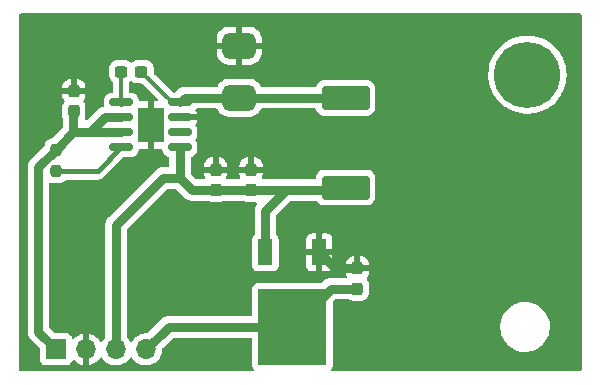
<source format=gbr>
%TF.GenerationSoftware,KiCad,Pcbnew,(6.0.4)*%
%TF.CreationDate,2022-08-06T15:33:00+10:00*%
%TF.ProjectId,1U power board,31552070-6f77-4657-9220-626f6172642e,rev?*%
%TF.SameCoordinates,Original*%
%TF.FileFunction,Copper,L1,Top*%
%TF.FilePolarity,Positive*%
%FSLAX46Y46*%
G04 Gerber Fmt 4.6, Leading zero omitted, Abs format (unit mm)*
G04 Created by KiCad (PCBNEW (6.0.4)) date 2022-08-06 15:33:00*
%MOMM*%
%LPD*%
G01*
G04 APERTURE LIST*
G04 Aperture macros list*
%AMRoundRect*
0 Rectangle with rounded corners*
0 $1 Rounding radius*
0 $2 $3 $4 $5 $6 $7 $8 $9 X,Y pos of 4 corners*
0 Add a 4 corners polygon primitive as box body*
4,1,4,$2,$3,$4,$5,$6,$7,$8,$9,$2,$3,0*
0 Add four circle primitives for the rounded corners*
1,1,$1+$1,$2,$3*
1,1,$1+$1,$4,$5*
1,1,$1+$1,$6,$7*
1,1,$1+$1,$8,$9*
0 Add four rect primitives between the rounded corners*
20,1,$1+$1,$2,$3,$4,$5,0*
20,1,$1+$1,$4,$5,$6,$7,0*
20,1,$1+$1,$6,$7,$8,$9,0*
20,1,$1+$1,$8,$9,$2,$3,0*%
G04 Aperture macros list end*
%TA.AperFunction,ComponentPad*%
%ADD10C,3.600000*%
%TD*%
%TA.AperFunction,ConnectorPad*%
%ADD11C,5.600000*%
%TD*%
%TA.AperFunction,SMDPad,CuDef*%
%ADD12RoundRect,0.237500X0.300000X0.237500X-0.300000X0.237500X-0.300000X-0.237500X0.300000X-0.237500X0*%
%TD*%
%TA.AperFunction,SMDPad,CuDef*%
%ADD13RoundRect,0.200000X-1.800000X-0.800000X1.800000X-0.800000X1.800000X0.800000X-1.800000X0.800000X0*%
%TD*%
%TA.AperFunction,SMDPad,CuDef*%
%ADD14RoundRect,0.237500X0.237500X-0.300000X0.237500X0.300000X-0.237500X0.300000X-0.237500X-0.300000X0*%
%TD*%
%TA.AperFunction,SMDPad,CuDef*%
%ADD15RoundRect,0.150000X-0.825000X-0.150000X0.825000X-0.150000X0.825000X0.150000X-0.825000X0.150000X0*%
%TD*%
%TA.AperFunction,SMDPad,CuDef*%
%ADD16R,2.290000X3.000000*%
%TD*%
%TA.AperFunction,ComponentPad*%
%ADD17R,1.700000X1.700000*%
%TD*%
%TA.AperFunction,ComponentPad*%
%ADD18O,1.700000X1.700000*%
%TD*%
%TA.AperFunction,SMDPad,CuDef*%
%ADD19RoundRect,0.550000X-0.850000X-0.550000X0.850000X-0.550000X0.850000X0.550000X-0.850000X0.550000X0*%
%TD*%
%TA.AperFunction,SMDPad,CuDef*%
%ADD20RoundRect,0.237500X0.237500X-0.250000X0.237500X0.250000X-0.237500X0.250000X-0.237500X-0.250000X0*%
%TD*%
%TA.AperFunction,SMDPad,CuDef*%
%ADD21R,1.200000X2.200000*%
%TD*%
%TA.AperFunction,SMDPad,CuDef*%
%ADD22R,5.800000X6.400000*%
%TD*%
%TA.AperFunction,Conductor*%
%ADD23C,0.800000*%
%TD*%
%TA.AperFunction,Conductor*%
%ADD24C,0.300000*%
%TD*%
%TA.AperFunction,Conductor*%
%ADD25C,0.400000*%
%TD*%
G04 APERTURE END LIST*
D10*
%TO.P,REF\u002A\u002A,1*%
%TO.N,N/C*%
X144900000Y-77750000D03*
D11*
X144900000Y-77750000D03*
%TD*%
D12*
%TO.P,C_{BST}1,1*%
%TO.N,Net-(C_{BST}1-Pad1)*%
X112225000Y-77500000D03*
%TO.P,C_{BST}1,2*%
%TO.N,Net-(C_{BST}1-Pad2)*%
X110500000Y-77500000D03*
%TD*%
D13*
%TO.P,L1,1*%
%TO.N,Net-(C_{BST}1-Pad1)*%
X129500000Y-79700000D03*
%TO.P,L1,2*%
%TO.N,+5V*%
X129500000Y-87300000D03*
%TD*%
D14*
%TO.P,C_{5OUT2}1,1*%
%TO.N,+5V*%
X121500000Y-87500000D03*
%TO.P,C_{5OUT2}1,2*%
%TO.N,GND*%
X121500000Y-85775000D03*
%TD*%
%TO.P,C_{IN}1,1*%
%TO.N,+7.5V*%
X106500000Y-80862500D03*
%TO.P,C_{IN}1,2*%
%TO.N,GND*%
X106500000Y-79137500D03*
%TD*%
D15*
%TO.P,REG_{5.0}1,1,BST*%
%TO.N,Net-(C_{BST}1-Pad2)*%
X110525000Y-80095000D03*
%TO.P,REG_{5.0}1,2,Vin*%
%TO.N,+7.5V*%
X110525000Y-81365000D03*
%TO.P,REG_{5.0}1,3,EN*%
X110525000Y-82635000D03*
%TO.P,REG_{5.0}1,4,PGOOD*%
%TO.N,Net-(REG_{5.0}1-Pad4)*%
X110525000Y-83905000D03*
%TO.P,REG_{5.0}1,5,FB*%
%TO.N,+5V*%
X115475000Y-83905000D03*
%TO.P,REG_{5.0}1,6,NC*%
%TO.N,unconnected-(REG_{5.0}1-Pad6)*%
X115475000Y-82635000D03*
%TO.P,REG_{5.0}1,7,GND*%
%TO.N,GND*%
X115475000Y-81365000D03*
%TO.P,REG_{5.0}1,8,SW*%
%TO.N,Net-(C_{BST}1-Pad1)*%
X115475000Y-80095000D03*
D16*
%TO.P,REG_{5.0}1,9,PADGND*%
%TO.N,GND*%
X113000000Y-82000000D03*
%TD*%
D14*
%TO.P,C_{3.3OUT}1,1*%
%TO.N,+3V3*%
X130500000Y-95862500D03*
%TO.P,C_{3.3OUT}1,2*%
%TO.N,GND*%
X130500000Y-94137500D03*
%TD*%
D17*
%TO.P,J1,1,Pin_1*%
%TO.N,+7.5V*%
X105000000Y-101000000D03*
D18*
%TO.P,J1,2,Pin_2*%
%TO.N,GND*%
X107540000Y-101000000D03*
%TO.P,J1,3,Pin_3*%
%TO.N,+5V*%
X110080000Y-101000000D03*
%TO.P,J1,4,Pin_4*%
%TO.N,+3V3*%
X112620000Y-101000000D03*
%TD*%
D14*
%TO.P,C_{5OUT1}1,1*%
%TO.N,+5V*%
X118500000Y-87500000D03*
%TO.P,C_{5OUT1}1,2*%
%TO.N,GND*%
X118500000Y-85775000D03*
%TD*%
D19*
%TO.P,D1,1,K*%
%TO.N,Net-(C_{BST}1-Pad1)*%
X120500000Y-79700000D03*
%TO.P,D1,2,A*%
%TO.N,GND*%
X120500000Y-75300000D03*
%TD*%
D20*
%TO.P,R_{PON}1,1*%
%TO.N,Net-(REG_{5.0}1-Pad4)*%
X105000000Y-85912500D03*
%TO.P,R_{PON}1,2*%
%TO.N,+7.5V*%
X105000000Y-84087500D03*
%TD*%
D21*
%TO.P,LinReg_{3.3}1,1,GND*%
%TO.N,GND*%
X127280000Y-92800000D03*
D22*
%TO.P,LinReg_{3.3}1,2,VO*%
%TO.N,+3V3*%
X125000000Y-99100000D03*
D21*
%TO.P,LinReg_{3.3}1,3,VI*%
%TO.N,+5V*%
X122720000Y-92800000D03*
%TD*%
D23*
%TO.N,GND*%
X130500000Y-94137500D02*
X128617500Y-94137500D01*
X128617500Y-94137500D02*
X127280000Y-92800000D01*
%TO.N,Net-(C_{BST}1-Pad2)*%
X110500000Y-80070000D02*
X110525000Y-80095000D01*
D24*
X110500000Y-77500000D02*
X110500000Y-80070000D01*
D23*
%TO.N,+7.5V*%
X107865000Y-82635000D02*
X106452500Y-82635000D01*
X105000000Y-84087500D02*
X103500000Y-85587500D01*
X106452500Y-82635000D02*
X105000000Y-84087500D01*
X110525000Y-82635000D02*
X107865000Y-82635000D01*
X109135000Y-81365000D02*
X110525000Y-81365000D01*
X107865000Y-82635000D02*
X109135000Y-81365000D01*
X106452500Y-80910000D02*
X106500000Y-80862500D01*
X106452500Y-82635000D02*
X106452500Y-80910000D01*
X103500000Y-99500000D02*
X105000000Y-101000000D01*
X103500000Y-85587500D02*
X103500000Y-99500000D01*
%TO.N,+5V*%
X122720000Y-92800000D02*
X122720000Y-89280000D01*
X114065000Y-86475000D02*
X115475000Y-86475000D01*
X121500000Y-87500000D02*
X124500000Y-87500000D01*
X129300000Y-87500000D02*
X129500000Y-87300000D01*
X122720000Y-89280000D02*
X124500000Y-87500000D01*
X110080000Y-101000000D02*
X110080000Y-90460000D01*
X110080000Y-90460000D02*
X114065000Y-86475000D01*
X115475000Y-86475000D02*
X116500000Y-87500000D01*
X116500000Y-87500000D02*
X118500000Y-87500000D01*
X124500000Y-87500000D02*
X129300000Y-87500000D01*
X115475000Y-83905000D02*
X115475000Y-86475000D01*
X118500000Y-87500000D02*
X121500000Y-87500000D01*
%TO.N,+3V3*%
X114520000Y-99100000D02*
X112620000Y-101000000D01*
X128237500Y-95862500D02*
X125000000Y-99100000D01*
X130500000Y-95862500D02*
X128237500Y-95862500D01*
X125000000Y-99100000D02*
X114520000Y-99100000D01*
D25*
%TO.N,Net-(REG_{5.0}1-Pad4)*%
X105000000Y-85912500D02*
X108517500Y-85912500D01*
X108517500Y-85912500D02*
X110525000Y-83905000D01*
D24*
%TO.N,Net-(C_{BST}1-Pad1)*%
X114820000Y-80095000D02*
X112225000Y-77500000D01*
D23*
X120500000Y-79700000D02*
X129500000Y-79700000D01*
D24*
X115475000Y-80095000D02*
X114820000Y-80095000D01*
D23*
X120500000Y-79700000D02*
X115870000Y-79700000D01*
X115870000Y-79700000D02*
X115475000Y-80095000D01*
%TD*%
%TA.AperFunction,Conductor*%
%TO.N,GND*%
G36*
X149433621Y-72578502D02*
G01*
X149480114Y-72632158D01*
X149491500Y-72684500D01*
X149491500Y-102715500D01*
X149471498Y-102783621D01*
X149417842Y-102830114D01*
X149365500Y-102841500D01*
X128381569Y-102841500D01*
X128313448Y-102821498D01*
X128266955Y-102767842D01*
X128256851Y-102697568D01*
X128280743Y-102639935D01*
X128345229Y-102553891D01*
X128350615Y-102546705D01*
X128401745Y-102410316D01*
X128408500Y-102348134D01*
X128408500Y-99232703D01*
X142590743Y-99232703D01*
X142628268Y-99517734D01*
X142704129Y-99795036D01*
X142705813Y-99798984D01*
X142802117Y-100024763D01*
X142816923Y-100059476D01*
X142888376Y-100178866D01*
X142959379Y-100297502D01*
X142964561Y-100306161D01*
X143144313Y-100530528D01*
X143352851Y-100728423D01*
X143586317Y-100896186D01*
X143590112Y-100898195D01*
X143590113Y-100898196D01*
X143611869Y-100909715D01*
X143840392Y-101030712D01*
X144110373Y-101129511D01*
X144391264Y-101190755D01*
X144419841Y-101193004D01*
X144614282Y-101208307D01*
X144614291Y-101208307D01*
X144616739Y-101208500D01*
X144772271Y-101208500D01*
X144774407Y-101208354D01*
X144774418Y-101208354D01*
X144982548Y-101194165D01*
X144982554Y-101194164D01*
X144986825Y-101193873D01*
X144991020Y-101193004D01*
X144991022Y-101193004D01*
X145127583Y-101164724D01*
X145268342Y-101135574D01*
X145539343Y-101039607D01*
X145680608Y-100966695D01*
X145791005Y-100909715D01*
X145791006Y-100909715D01*
X145794812Y-100907750D01*
X145798313Y-100905289D01*
X145798317Y-100905287D01*
X145912417Y-100825096D01*
X146030023Y-100742441D01*
X146240622Y-100546740D01*
X146422713Y-100324268D01*
X146572927Y-100079142D01*
X146600569Y-100016173D01*
X146686757Y-99819830D01*
X146688483Y-99815898D01*
X146708335Y-99746209D01*
X146766068Y-99543534D01*
X146767244Y-99539406D01*
X146807751Y-99254784D01*
X146807845Y-99236951D01*
X146809235Y-98971583D01*
X146809235Y-98971576D01*
X146809257Y-98967297D01*
X146771732Y-98682266D01*
X146695871Y-98404964D01*
X146671987Y-98348968D01*
X146584763Y-98144476D01*
X146584761Y-98144472D01*
X146583077Y-98140524D01*
X146435439Y-97893839D01*
X146255687Y-97669472D01*
X146047149Y-97471577D01*
X145813683Y-97303814D01*
X145791843Y-97292250D01*
X145768654Y-97279972D01*
X145559608Y-97169288D01*
X145289627Y-97070489D01*
X145008736Y-97009245D01*
X144977685Y-97006801D01*
X144785718Y-96991693D01*
X144785709Y-96991693D01*
X144783261Y-96991500D01*
X144627729Y-96991500D01*
X144625593Y-96991646D01*
X144625582Y-96991646D01*
X144417452Y-97005835D01*
X144417446Y-97005836D01*
X144413175Y-97006127D01*
X144408980Y-97006996D01*
X144408978Y-97006996D01*
X144305125Y-97028503D01*
X144131658Y-97064426D01*
X143860657Y-97160393D01*
X143605188Y-97292250D01*
X143601687Y-97294711D01*
X143601683Y-97294713D01*
X143591594Y-97301804D01*
X143369977Y-97457559D01*
X143159378Y-97653260D01*
X142977287Y-97875732D01*
X142827073Y-98120858D01*
X142825347Y-98124791D01*
X142825346Y-98124792D01*
X142779772Y-98228613D01*
X142711517Y-98384102D01*
X142710342Y-98388229D01*
X142710341Y-98388230D01*
X142695372Y-98440778D01*
X142632756Y-98660594D01*
X142592249Y-98945216D01*
X142592227Y-98949505D01*
X142592226Y-98949512D01*
X142590765Y-99228417D01*
X142590743Y-99232703D01*
X128408500Y-99232703D01*
X128408500Y-97028503D01*
X128428502Y-96960382D01*
X128445405Y-96939408D01*
X128576908Y-96807905D01*
X128639220Y-96773879D01*
X128666003Y-96771000D01*
X129792222Y-96771000D01*
X129858338Y-96789740D01*
X129945080Y-96843209D01*
X130110191Y-96897974D01*
X130117027Y-96898674D01*
X130117030Y-96898675D01*
X130168526Y-96903951D01*
X130212928Y-96908500D01*
X130787072Y-96908500D01*
X130790318Y-96908163D01*
X130790322Y-96908163D01*
X130884235Y-96898419D01*
X130884239Y-96898418D01*
X130891093Y-96897707D01*
X130897629Y-96895526D01*
X130897631Y-96895526D01*
X131030395Y-96851232D01*
X131056107Y-96842654D01*
X131204031Y-96751116D01*
X131209204Y-96745934D01*
X131321758Y-96633184D01*
X131321762Y-96633179D01*
X131326929Y-96628003D01*
X131418209Y-96479920D01*
X131472974Y-96314809D01*
X131483500Y-96212072D01*
X131483500Y-95512928D01*
X131472707Y-95408907D01*
X131417654Y-95243893D01*
X131326116Y-95095969D01*
X131318861Y-95088726D01*
X131317895Y-95086962D01*
X131316387Y-95085059D01*
X131316713Y-95084801D01*
X131284781Y-95026446D01*
X131289782Y-94955625D01*
X131318708Y-94910530D01*
X131321364Y-94907869D01*
X131330375Y-94896460D01*
X131413912Y-94760937D01*
X131420056Y-94747759D01*
X131470315Y-94596234D01*
X131473181Y-94582868D01*
X131482672Y-94490230D01*
X131483000Y-94483815D01*
X131483000Y-94409615D01*
X131478525Y-94394376D01*
X131477135Y-94393171D01*
X131469452Y-94391500D01*
X129535115Y-94391500D01*
X129519876Y-94395975D01*
X129518671Y-94397365D01*
X129517000Y-94405048D01*
X129517000Y-94483766D01*
X129517337Y-94490282D01*
X129527075Y-94584132D01*
X129529968Y-94597528D01*
X129580488Y-94748953D01*
X129589759Y-94768745D01*
X129588497Y-94769336D01*
X129605232Y-94830153D01*
X129584069Y-94897922D01*
X129529626Y-94943491D01*
X129479250Y-94954000D01*
X128318916Y-94954000D01*
X128299207Y-94952449D01*
X128285309Y-94950248D01*
X128278722Y-94950593D01*
X128278717Y-94950593D01*
X128217019Y-94953827D01*
X128210425Y-94954000D01*
X128189890Y-94954000D01*
X128183722Y-94954648D01*
X128169460Y-94956147D01*
X128162885Y-94956664D01*
X128101196Y-94959897D01*
X128101195Y-94959897D01*
X128094596Y-94960243D01*
X128081008Y-94963884D01*
X128061561Y-94967488D01*
X128054144Y-94968267D01*
X128054140Y-94968268D01*
X128047572Y-94968958D01*
X127990776Y-94987412D01*
X127982509Y-94990098D01*
X127976185Y-94991971D01*
X127916510Y-95007961D01*
X127916506Y-95007962D01*
X127910130Y-95009671D01*
X127904248Y-95012668D01*
X127897593Y-95016059D01*
X127879326Y-95023625D01*
X127872228Y-95025931D01*
X127872226Y-95025932D01*
X127865944Y-95027973D01*
X127860222Y-95031277D01*
X127860221Y-95031277D01*
X127806723Y-95062164D01*
X127800926Y-95065312D01*
X127745852Y-95093373D01*
X127745849Y-95093375D01*
X127739969Y-95096371D01*
X127729026Y-95105233D01*
X127712737Y-95116427D01*
X127700556Y-95123460D01*
X127695650Y-95127877D01*
X127695645Y-95127881D01*
X127649721Y-95169231D01*
X127644720Y-95173503D01*
X127628759Y-95186428D01*
X127614244Y-95200943D01*
X127609459Y-95205484D01*
X127558634Y-95251247D01*
X127554755Y-95256586D01*
X127554754Y-95256587D01*
X127550360Y-95262635D01*
X127537519Y-95277668D01*
X127460592Y-95354595D01*
X127398280Y-95388621D01*
X127371497Y-95391500D01*
X122051866Y-95391500D01*
X121989684Y-95398255D01*
X121853295Y-95449385D01*
X121736739Y-95536739D01*
X121649385Y-95653295D01*
X121598255Y-95789684D01*
X121591500Y-95851866D01*
X121591500Y-98065500D01*
X121571498Y-98133621D01*
X121517842Y-98180114D01*
X121465500Y-98191500D01*
X114601417Y-98191500D01*
X114581707Y-98189949D01*
X114574327Y-98188780D01*
X114574326Y-98188780D01*
X114567810Y-98187748D01*
X114561223Y-98188093D01*
X114561218Y-98188093D01*
X114499520Y-98191327D01*
X114492926Y-98191500D01*
X114472390Y-98191500D01*
X114469118Y-98191844D01*
X114469116Y-98191844D01*
X114451958Y-98193647D01*
X114445384Y-98194164D01*
X114383696Y-98197397D01*
X114383694Y-98197397D01*
X114377097Y-98197743D01*
X114363504Y-98201385D01*
X114344075Y-98204986D01*
X114330072Y-98206458D01*
X114265025Y-98227593D01*
X114258712Y-98229463D01*
X114238074Y-98234993D01*
X114199003Y-98245462D01*
X114199000Y-98245463D01*
X114192630Y-98247170D01*
X114180085Y-98253562D01*
X114161826Y-98261125D01*
X114148444Y-98265473D01*
X114142723Y-98268776D01*
X114089223Y-98299664D01*
X114083426Y-98302812D01*
X114028351Y-98330874D01*
X114028348Y-98330876D01*
X114022470Y-98333871D01*
X114017342Y-98338024D01*
X114017340Y-98338025D01*
X114011534Y-98342727D01*
X113995237Y-98353927D01*
X113988776Y-98357657D01*
X113988772Y-98357660D01*
X113983056Y-98360960D01*
X113978150Y-98365377D01*
X113978145Y-98365381D01*
X113932231Y-98406722D01*
X113927216Y-98411006D01*
X113918718Y-98417888D01*
X113911259Y-98423928D01*
X113896744Y-98438443D01*
X113891959Y-98442984D01*
X113841134Y-98488747D01*
X113837255Y-98494086D01*
X113837254Y-98494087D01*
X113832860Y-98500135D01*
X113820019Y-98515168D01*
X112730514Y-99604673D01*
X112668202Y-99638699D01*
X112639880Y-99641569D01*
X112530081Y-99640228D01*
X112530079Y-99640228D01*
X112524911Y-99640165D01*
X112304091Y-99673955D01*
X112091756Y-99743357D01*
X111893607Y-99846507D01*
X111889474Y-99849610D01*
X111889471Y-99849612D01*
X111719100Y-99977530D01*
X111714965Y-99980635D01*
X111711393Y-99984373D01*
X111590312Y-100111077D01*
X111560629Y-100142138D01*
X111453201Y-100299621D01*
X111398293Y-100344621D01*
X111327768Y-100352792D01*
X111264021Y-100321538D01*
X111243324Y-100297054D01*
X111162822Y-100172617D01*
X111162820Y-100172614D01*
X111160014Y-100168277D01*
X111156532Y-100164450D01*
X111021307Y-100015839D01*
X110990255Y-99951993D01*
X110988500Y-99931039D01*
X110988500Y-90888503D01*
X111008502Y-90820382D01*
X111025405Y-90799408D01*
X114404408Y-87420405D01*
X114466720Y-87386379D01*
X114493503Y-87383500D01*
X115046497Y-87383500D01*
X115114618Y-87403502D01*
X115135592Y-87420405D01*
X115800019Y-88084832D01*
X115812860Y-88099865D01*
X115821134Y-88111253D01*
X115826043Y-88115673D01*
X115871959Y-88157016D01*
X115876744Y-88161557D01*
X115891259Y-88176072D01*
X115893823Y-88178148D01*
X115907216Y-88188994D01*
X115912231Y-88193278D01*
X115958145Y-88234619D01*
X115958150Y-88234623D01*
X115963056Y-88239040D01*
X115968772Y-88242340D01*
X115968776Y-88242343D01*
X115975237Y-88246073D01*
X115991533Y-88257273D01*
X116002470Y-88266129D01*
X116008348Y-88269124D01*
X116008351Y-88269126D01*
X116063426Y-88297188D01*
X116069223Y-88300336D01*
X116122723Y-88331224D01*
X116128444Y-88334527D01*
X116141826Y-88338875D01*
X116160085Y-88346438D01*
X116172630Y-88352830D01*
X116179000Y-88354537D01*
X116179003Y-88354538D01*
X116218074Y-88365007D01*
X116238712Y-88370537D01*
X116245025Y-88372407D01*
X116310072Y-88393542D01*
X116324075Y-88395014D01*
X116343504Y-88398615D01*
X116357097Y-88402257D01*
X116363694Y-88402603D01*
X116363696Y-88402603D01*
X116425384Y-88405836D01*
X116431958Y-88406353D01*
X116449116Y-88408156D01*
X116449118Y-88408156D01*
X116452390Y-88408500D01*
X116472926Y-88408500D01*
X116479520Y-88408673D01*
X116541218Y-88411907D01*
X116541223Y-88411907D01*
X116547810Y-88412252D01*
X116561708Y-88410051D01*
X116581417Y-88408500D01*
X117792222Y-88408500D01*
X117858338Y-88427240D01*
X117945080Y-88480709D01*
X118110191Y-88535474D01*
X118117027Y-88536174D01*
X118117030Y-88536175D01*
X118168526Y-88541451D01*
X118212928Y-88546000D01*
X118787072Y-88546000D01*
X118790318Y-88545663D01*
X118790322Y-88545663D01*
X118884235Y-88535919D01*
X118884239Y-88535918D01*
X118891093Y-88535207D01*
X118897629Y-88533026D01*
X118897631Y-88533026D01*
X119030395Y-88488732D01*
X119056107Y-88480154D01*
X119141431Y-88427354D01*
X119207731Y-88408500D01*
X120792222Y-88408500D01*
X120858338Y-88427240D01*
X120945080Y-88480709D01*
X121110191Y-88535474D01*
X121117027Y-88536174D01*
X121117030Y-88536175D01*
X121168526Y-88541451D01*
X121212928Y-88546000D01*
X121787072Y-88546000D01*
X121790318Y-88545663D01*
X121790322Y-88545663D01*
X121871547Y-88537235D01*
X121941369Y-88550100D01*
X121993151Y-88598671D01*
X122010453Y-88667527D01*
X121986487Y-88736623D01*
X121985379Y-88738149D01*
X121980960Y-88743056D01*
X121977657Y-88748777D01*
X121973927Y-88755237D01*
X121962727Y-88771533D01*
X121953871Y-88782470D01*
X121944046Y-88801753D01*
X121922815Y-88843421D01*
X121919669Y-88849215D01*
X121885473Y-88908444D01*
X121883432Y-88914726D01*
X121883431Y-88914728D01*
X121881125Y-88921826D01*
X121873560Y-88940092D01*
X121867171Y-88952630D01*
X121865463Y-88959003D01*
X121865463Y-88959004D01*
X121849469Y-89018695D01*
X121847600Y-89025003D01*
X121826458Y-89090072D01*
X121825768Y-89096637D01*
X121825766Y-89096646D01*
X121824985Y-89104075D01*
X121821383Y-89123509D01*
X121819453Y-89130714D01*
X121817743Y-89137097D01*
X121817398Y-89143688D01*
X121817397Y-89143692D01*
X121814164Y-89205384D01*
X121813647Y-89211958D01*
X121811844Y-89229116D01*
X121811500Y-89232390D01*
X121811500Y-89252926D01*
X121811327Y-89259520D01*
X121807748Y-89327810D01*
X121808780Y-89334325D01*
X121809949Y-89341705D01*
X121811500Y-89361417D01*
X121811500Y-91232671D01*
X121791498Y-91300792D01*
X121769593Y-91324332D01*
X121770269Y-91325008D01*
X121763919Y-91331358D01*
X121756739Y-91336739D01*
X121669385Y-91453295D01*
X121618255Y-91589684D01*
X121611500Y-91651866D01*
X121611500Y-93948134D01*
X121618255Y-94010316D01*
X121669385Y-94146705D01*
X121756739Y-94263261D01*
X121873295Y-94350615D01*
X122009684Y-94401745D01*
X122071866Y-94408500D01*
X123368134Y-94408500D01*
X123430316Y-94401745D01*
X123566705Y-94350615D01*
X123683261Y-94263261D01*
X123770615Y-94146705D01*
X123821745Y-94010316D01*
X123828500Y-93948134D01*
X123828500Y-93944669D01*
X126172001Y-93944669D01*
X126172371Y-93951490D01*
X126177895Y-94002352D01*
X126181521Y-94017604D01*
X126226676Y-94138054D01*
X126235214Y-94153649D01*
X126311715Y-94255724D01*
X126324276Y-94268285D01*
X126426351Y-94344786D01*
X126441946Y-94353324D01*
X126562394Y-94398478D01*
X126577649Y-94402105D01*
X126628514Y-94407631D01*
X126635328Y-94408000D01*
X127007885Y-94408000D01*
X127023124Y-94403525D01*
X127024329Y-94402135D01*
X127026000Y-94394452D01*
X127026000Y-94389884D01*
X127534000Y-94389884D01*
X127538475Y-94405123D01*
X127539865Y-94406328D01*
X127547548Y-94407999D01*
X127924669Y-94407999D01*
X127931490Y-94407629D01*
X127982352Y-94402105D01*
X127997604Y-94398479D01*
X128118054Y-94353324D01*
X128133649Y-94344786D01*
X128235724Y-94268285D01*
X128248285Y-94255724D01*
X128324786Y-94153649D01*
X128333324Y-94138054D01*
X128378478Y-94017606D01*
X128382105Y-94002351D01*
X128387631Y-93951486D01*
X128388000Y-93944672D01*
X128388000Y-93865385D01*
X129517000Y-93865385D01*
X129521475Y-93880624D01*
X129522865Y-93881829D01*
X129530548Y-93883500D01*
X130227885Y-93883500D01*
X130243124Y-93879025D01*
X130244329Y-93877635D01*
X130246000Y-93869952D01*
X130246000Y-93865385D01*
X130754000Y-93865385D01*
X130758475Y-93880624D01*
X130759865Y-93881829D01*
X130767548Y-93883500D01*
X131464885Y-93883500D01*
X131480124Y-93879025D01*
X131481329Y-93877635D01*
X131483000Y-93869952D01*
X131483000Y-93791234D01*
X131482663Y-93784718D01*
X131472925Y-93690868D01*
X131470032Y-93677472D01*
X131419512Y-93526047D01*
X131413347Y-93512885D01*
X131329574Y-93377508D01*
X131320540Y-93366110D01*
X131207871Y-93253637D01*
X131196460Y-93244625D01*
X131060937Y-93161088D01*
X131047759Y-93154944D01*
X130896234Y-93104685D01*
X130882868Y-93101819D01*
X130790230Y-93092328D01*
X130783815Y-93092000D01*
X130772115Y-93092000D01*
X130756876Y-93096475D01*
X130755671Y-93097865D01*
X130754000Y-93105548D01*
X130754000Y-93865385D01*
X130246000Y-93865385D01*
X130246000Y-93110115D01*
X130241525Y-93094876D01*
X130240135Y-93093671D01*
X130232452Y-93092000D01*
X130216234Y-93092000D01*
X130209718Y-93092337D01*
X130115868Y-93102075D01*
X130102472Y-93104968D01*
X129951047Y-93155488D01*
X129937885Y-93161653D01*
X129802508Y-93245426D01*
X129791110Y-93254460D01*
X129678637Y-93367129D01*
X129669625Y-93378540D01*
X129586088Y-93514063D01*
X129579944Y-93527241D01*
X129529685Y-93678766D01*
X129526819Y-93692132D01*
X129517328Y-93784770D01*
X129517000Y-93791185D01*
X129517000Y-93865385D01*
X128388000Y-93865385D01*
X128388000Y-93072115D01*
X128383525Y-93056876D01*
X128382135Y-93055671D01*
X128374452Y-93054000D01*
X127552115Y-93054000D01*
X127536876Y-93058475D01*
X127535671Y-93059865D01*
X127534000Y-93067548D01*
X127534000Y-94389884D01*
X127026000Y-94389884D01*
X127026000Y-93072115D01*
X127021525Y-93056876D01*
X127020135Y-93055671D01*
X127012452Y-93054000D01*
X126190116Y-93054000D01*
X126174877Y-93058475D01*
X126173672Y-93059865D01*
X126172001Y-93067548D01*
X126172001Y-93944669D01*
X123828500Y-93944669D01*
X123828500Y-92527885D01*
X126172000Y-92527885D01*
X126176475Y-92543124D01*
X126177865Y-92544329D01*
X126185548Y-92546000D01*
X127007885Y-92546000D01*
X127023124Y-92541525D01*
X127024329Y-92540135D01*
X127026000Y-92532452D01*
X127026000Y-92527885D01*
X127534000Y-92527885D01*
X127538475Y-92543124D01*
X127539865Y-92544329D01*
X127547548Y-92546000D01*
X128369884Y-92546000D01*
X128385123Y-92541525D01*
X128386328Y-92540135D01*
X128387999Y-92532452D01*
X128387999Y-91655331D01*
X128387629Y-91648510D01*
X128382105Y-91597648D01*
X128378479Y-91582396D01*
X128333324Y-91461946D01*
X128324786Y-91446351D01*
X128248285Y-91344276D01*
X128235724Y-91331715D01*
X128133649Y-91255214D01*
X128118054Y-91246676D01*
X127997606Y-91201522D01*
X127982351Y-91197895D01*
X127931486Y-91192369D01*
X127924672Y-91192000D01*
X127552115Y-91192000D01*
X127536876Y-91196475D01*
X127535671Y-91197865D01*
X127534000Y-91205548D01*
X127534000Y-92527885D01*
X127026000Y-92527885D01*
X127026000Y-91210116D01*
X127021525Y-91194877D01*
X127020135Y-91193672D01*
X127012452Y-91192001D01*
X126635331Y-91192001D01*
X126628510Y-91192371D01*
X126577648Y-91197895D01*
X126562396Y-91201521D01*
X126441946Y-91246676D01*
X126426351Y-91255214D01*
X126324276Y-91331715D01*
X126311715Y-91344276D01*
X126235214Y-91446351D01*
X126226676Y-91461946D01*
X126181522Y-91582394D01*
X126177895Y-91597649D01*
X126172369Y-91648514D01*
X126172000Y-91655328D01*
X126172000Y-92527885D01*
X123828500Y-92527885D01*
X123828500Y-91651866D01*
X123821745Y-91589684D01*
X123770615Y-91453295D01*
X123683261Y-91336739D01*
X123676081Y-91331358D01*
X123669731Y-91325008D01*
X123671366Y-91323373D01*
X123636421Y-91276641D01*
X123628500Y-91232671D01*
X123628500Y-89708503D01*
X123648502Y-89640382D01*
X123665405Y-89619408D01*
X124839408Y-88445405D01*
X124901720Y-88411379D01*
X124928503Y-88408500D01*
X126987494Y-88408500D01*
X127055615Y-88428502D01*
X127095270Y-88469229D01*
X127102223Y-88480709D01*
X127138361Y-88540381D01*
X127259619Y-88661639D01*
X127406301Y-88750472D01*
X127413548Y-88752743D01*
X127413550Y-88752744D01*
X127479836Y-88773517D01*
X127569938Y-88801753D01*
X127643365Y-88808500D01*
X127646263Y-88808500D01*
X129504817Y-88808499D01*
X131356634Y-88808499D01*
X131359492Y-88808236D01*
X131359501Y-88808236D01*
X131395004Y-88804974D01*
X131430062Y-88801753D01*
X131507964Y-88777340D01*
X131586450Y-88752744D01*
X131586452Y-88752743D01*
X131593699Y-88750472D01*
X131740381Y-88661639D01*
X131861639Y-88540381D01*
X131950472Y-88393699D01*
X131962745Y-88354538D01*
X131991752Y-88261975D01*
X132001753Y-88230062D01*
X132008500Y-88156635D01*
X132008499Y-86443366D01*
X132008234Y-86440474D01*
X132003270Y-86386453D01*
X132001753Y-86369938D01*
X131959069Y-86233734D01*
X131952744Y-86213550D01*
X131952743Y-86213548D01*
X131950472Y-86206301D01*
X131861639Y-86059619D01*
X131740381Y-85938361D01*
X131593699Y-85849528D01*
X131586452Y-85847257D01*
X131586450Y-85847256D01*
X131520164Y-85826483D01*
X131430062Y-85798247D01*
X131356635Y-85791500D01*
X131353737Y-85791500D01*
X129495183Y-85791501D01*
X127643366Y-85791501D01*
X127640508Y-85791764D01*
X127640499Y-85791764D01*
X127604996Y-85795026D01*
X127569938Y-85798247D01*
X127563560Y-85800246D01*
X127563559Y-85800246D01*
X127413550Y-85847256D01*
X127413548Y-85847257D01*
X127406301Y-85849528D01*
X127259619Y-85938361D01*
X127138361Y-86059619D01*
X127049528Y-86206301D01*
X127047257Y-86213548D01*
X127047256Y-86213550D01*
X127040931Y-86233734D01*
X126998247Y-86369938D01*
X126991500Y-86443365D01*
X126991500Y-86465500D01*
X126971498Y-86533621D01*
X126917842Y-86580114D01*
X126865500Y-86591500D01*
X124581417Y-86591500D01*
X124561708Y-86589949D01*
X124547810Y-86587748D01*
X124541223Y-86588093D01*
X124541218Y-86588093D01*
X124479519Y-86591327D01*
X124472925Y-86591500D01*
X122520588Y-86591500D01*
X122452467Y-86571498D01*
X122405974Y-86517842D01*
X122395870Y-86447568D01*
X122411201Y-86405253D01*
X122410817Y-86405074D01*
X122412832Y-86400752D01*
X122413328Y-86399384D01*
X122413912Y-86398437D01*
X122420056Y-86385259D01*
X122470315Y-86233734D01*
X122473181Y-86220368D01*
X122482672Y-86127730D01*
X122483000Y-86121315D01*
X122483000Y-86047115D01*
X122478525Y-86031876D01*
X122477135Y-86030671D01*
X122469452Y-86029000D01*
X120535115Y-86029000D01*
X120519876Y-86033475D01*
X120518671Y-86034865D01*
X120517000Y-86042548D01*
X120517000Y-86121266D01*
X120517337Y-86127782D01*
X120527075Y-86221632D01*
X120529968Y-86235028D01*
X120580488Y-86386453D01*
X120589759Y-86406245D01*
X120588497Y-86406836D01*
X120605232Y-86467653D01*
X120584069Y-86535422D01*
X120529626Y-86580991D01*
X120479250Y-86591500D01*
X119520588Y-86591500D01*
X119452467Y-86571498D01*
X119405974Y-86517842D01*
X119395870Y-86447568D01*
X119411201Y-86405253D01*
X119410817Y-86405074D01*
X119412832Y-86400752D01*
X119413328Y-86399384D01*
X119413912Y-86398437D01*
X119420056Y-86385259D01*
X119470315Y-86233734D01*
X119473181Y-86220368D01*
X119482672Y-86127730D01*
X119483000Y-86121315D01*
X119483000Y-86047115D01*
X119478525Y-86031876D01*
X119477135Y-86030671D01*
X119469452Y-86029000D01*
X117535115Y-86029000D01*
X117519876Y-86033475D01*
X117518671Y-86034865D01*
X117517000Y-86042548D01*
X117517000Y-86121266D01*
X117517337Y-86127782D01*
X117527075Y-86221632D01*
X117529968Y-86235028D01*
X117580488Y-86386453D01*
X117589759Y-86406245D01*
X117588497Y-86406836D01*
X117605232Y-86467653D01*
X117584069Y-86535422D01*
X117529626Y-86580991D01*
X117479250Y-86591500D01*
X116928503Y-86591500D01*
X116860382Y-86571498D01*
X116839408Y-86554595D01*
X116420405Y-86135592D01*
X116386379Y-86073280D01*
X116383500Y-86046497D01*
X116383500Y-85502885D01*
X117517000Y-85502885D01*
X117521475Y-85518124D01*
X117522865Y-85519329D01*
X117530548Y-85521000D01*
X118227885Y-85521000D01*
X118243124Y-85516525D01*
X118244329Y-85515135D01*
X118246000Y-85507452D01*
X118246000Y-85502885D01*
X118754000Y-85502885D01*
X118758475Y-85518124D01*
X118759865Y-85519329D01*
X118767548Y-85521000D01*
X119464885Y-85521000D01*
X119480124Y-85516525D01*
X119481329Y-85515135D01*
X119483000Y-85507452D01*
X119483000Y-85502885D01*
X120517000Y-85502885D01*
X120521475Y-85518124D01*
X120522865Y-85519329D01*
X120530548Y-85521000D01*
X121227885Y-85521000D01*
X121243124Y-85516525D01*
X121244329Y-85515135D01*
X121246000Y-85507452D01*
X121246000Y-85502885D01*
X121754000Y-85502885D01*
X121758475Y-85518124D01*
X121759865Y-85519329D01*
X121767548Y-85521000D01*
X122464885Y-85521000D01*
X122480124Y-85516525D01*
X122481329Y-85515135D01*
X122483000Y-85507452D01*
X122483000Y-85428734D01*
X122482663Y-85422218D01*
X122472925Y-85328368D01*
X122470032Y-85314972D01*
X122419512Y-85163547D01*
X122413347Y-85150385D01*
X122329574Y-85015008D01*
X122320540Y-85003610D01*
X122207871Y-84891137D01*
X122196460Y-84882125D01*
X122060937Y-84798588D01*
X122047759Y-84792444D01*
X121896234Y-84742185D01*
X121882868Y-84739319D01*
X121790230Y-84729828D01*
X121783815Y-84729500D01*
X121772115Y-84729500D01*
X121756876Y-84733975D01*
X121755671Y-84735365D01*
X121754000Y-84743048D01*
X121754000Y-85502885D01*
X121246000Y-85502885D01*
X121246000Y-84747615D01*
X121241525Y-84732376D01*
X121240135Y-84731171D01*
X121232452Y-84729500D01*
X121216234Y-84729500D01*
X121209718Y-84729837D01*
X121115868Y-84739575D01*
X121102472Y-84742468D01*
X120951047Y-84792988D01*
X120937885Y-84799153D01*
X120802508Y-84882926D01*
X120791110Y-84891960D01*
X120678637Y-85004629D01*
X120669625Y-85016040D01*
X120586088Y-85151563D01*
X120579944Y-85164741D01*
X120529685Y-85316266D01*
X120526819Y-85329632D01*
X120517328Y-85422270D01*
X120517000Y-85428685D01*
X120517000Y-85502885D01*
X119483000Y-85502885D01*
X119483000Y-85428734D01*
X119482663Y-85422218D01*
X119472925Y-85328368D01*
X119470032Y-85314972D01*
X119419512Y-85163547D01*
X119413347Y-85150385D01*
X119329574Y-85015008D01*
X119320540Y-85003610D01*
X119207871Y-84891137D01*
X119196460Y-84882125D01*
X119060937Y-84798588D01*
X119047759Y-84792444D01*
X118896234Y-84742185D01*
X118882868Y-84739319D01*
X118790230Y-84729828D01*
X118783815Y-84729500D01*
X118772115Y-84729500D01*
X118756876Y-84733975D01*
X118755671Y-84735365D01*
X118754000Y-84743048D01*
X118754000Y-85502885D01*
X118246000Y-85502885D01*
X118246000Y-84747615D01*
X118241525Y-84732376D01*
X118240135Y-84731171D01*
X118232452Y-84729500D01*
X118216234Y-84729500D01*
X118209718Y-84729837D01*
X118115868Y-84739575D01*
X118102472Y-84742468D01*
X117951047Y-84792988D01*
X117937885Y-84799153D01*
X117802508Y-84882926D01*
X117791110Y-84891960D01*
X117678637Y-85004629D01*
X117669625Y-85016040D01*
X117586088Y-85151563D01*
X117579944Y-85164741D01*
X117529685Y-85316266D01*
X117526819Y-85329632D01*
X117517328Y-85422270D01*
X117517000Y-85428685D01*
X117517000Y-85502885D01*
X116383500Y-85502885D01*
X116383500Y-84811072D01*
X116403502Y-84742951D01*
X116457158Y-84696458D01*
X116474348Y-84690075D01*
X116555987Y-84666357D01*
X116563601Y-84664145D01*
X116592411Y-84647107D01*
X116699980Y-84583491D01*
X116699983Y-84583489D01*
X116706807Y-84579453D01*
X116824453Y-84461807D01*
X116828489Y-84454983D01*
X116828491Y-84454980D01*
X116905108Y-84325427D01*
X116909145Y-84318601D01*
X116955562Y-84158831D01*
X116958295Y-84124115D01*
X116958307Y-84123958D01*
X116958307Y-84123950D01*
X116958500Y-84121502D01*
X116958500Y-83688498D01*
X116958307Y-83686042D01*
X116956067Y-83657579D01*
X116956066Y-83657574D01*
X116955562Y-83651169D01*
X116909145Y-83491399D01*
X116824453Y-83348193D01*
X116821771Y-83345511D01*
X116796498Y-83281139D01*
X116810400Y-83211516D01*
X116820572Y-83195688D01*
X116824453Y-83191807D01*
X116909145Y-83048601D01*
X116955562Y-82888831D01*
X116958500Y-82851502D01*
X116958500Y-82418498D01*
X116955562Y-82381169D01*
X116909145Y-82221399D01*
X116824453Y-82078193D01*
X116821513Y-82075253D01*
X116796180Y-82010734D01*
X116810079Y-81941111D01*
X116822126Y-81922364D01*
X116828090Y-81914676D01*
X116904648Y-81785221D01*
X116910893Y-81770790D01*
X116949939Y-81636395D01*
X116949899Y-81622294D01*
X116942630Y-81619000D01*
X115347000Y-81619000D01*
X115278879Y-81598998D01*
X115232386Y-81545342D01*
X115221000Y-81493000D01*
X115221000Y-81237000D01*
X115241002Y-81168879D01*
X115294658Y-81122386D01*
X115347000Y-81111000D01*
X116936878Y-81111000D01*
X116950409Y-81107027D01*
X116951544Y-81099129D01*
X116910893Y-80959210D01*
X116904648Y-80944779D01*
X116828089Y-80815323D01*
X116825301Y-80811729D01*
X116799352Y-80745645D01*
X116813250Y-80676022D01*
X116862583Y-80624965D01*
X116924858Y-80608500D01*
X118568605Y-80608500D01*
X118636726Y-80628502D01*
X118684930Y-80686079D01*
X118712626Y-80752615D01*
X118828104Y-80925113D01*
X118974887Y-81071896D01*
X119147385Y-81187374D01*
X119339027Y-81267147D01*
X119345071Y-81268366D01*
X119345072Y-81268366D01*
X119537926Y-81307252D01*
X119542514Y-81308177D01*
X119547178Y-81308413D01*
X119547184Y-81308414D01*
X119547302Y-81308420D01*
X119547319Y-81308420D01*
X119548890Y-81308500D01*
X121451110Y-81308500D01*
X121452681Y-81308420D01*
X121452698Y-81308420D01*
X121452816Y-81308414D01*
X121452822Y-81308413D01*
X121457486Y-81308177D01*
X121462074Y-81307252D01*
X121654928Y-81268366D01*
X121654929Y-81268366D01*
X121660973Y-81267147D01*
X121852615Y-81187374D01*
X122025113Y-81071896D01*
X122171896Y-80925113D01*
X122287374Y-80752615D01*
X122315070Y-80686079D01*
X122359715Y-80630876D01*
X122431395Y-80608500D01*
X126898934Y-80608500D01*
X126967055Y-80628502D01*
X127013548Y-80682158D01*
X127019168Y-80696821D01*
X127045288Y-80780168D01*
X127049528Y-80793699D01*
X127138361Y-80940381D01*
X127259619Y-81061639D01*
X127406301Y-81150472D01*
X127413548Y-81152743D01*
X127413550Y-81152744D01*
X127465037Y-81168879D01*
X127569938Y-81201753D01*
X127643365Y-81208500D01*
X127646263Y-81208500D01*
X129504817Y-81208499D01*
X131356634Y-81208499D01*
X131359492Y-81208236D01*
X131359501Y-81208236D01*
X131395004Y-81204974D01*
X131430062Y-81201753D01*
X131468386Y-81189743D01*
X131586450Y-81152744D01*
X131586452Y-81152743D01*
X131593699Y-81150472D01*
X131740381Y-81061639D01*
X131861639Y-80940381D01*
X131950472Y-80793699D01*
X131954713Y-80780168D01*
X131983956Y-80686852D01*
X132001753Y-80630062D01*
X132008500Y-80556635D01*
X132008499Y-78843366D01*
X132007444Y-78831877D01*
X132004426Y-78799029D01*
X132001753Y-78769938D01*
X131950472Y-78606301D01*
X131861639Y-78459619D01*
X131740381Y-78338361D01*
X131593699Y-78249528D01*
X131586452Y-78247257D01*
X131586450Y-78247256D01*
X131520164Y-78226483D01*
X131430062Y-78198247D01*
X131356635Y-78191500D01*
X131353737Y-78191500D01*
X129495183Y-78191501D01*
X127643366Y-78191501D01*
X127640508Y-78191764D01*
X127640499Y-78191764D01*
X127604996Y-78195026D01*
X127569938Y-78198247D01*
X127563560Y-78200246D01*
X127563559Y-78200246D01*
X127413550Y-78247256D01*
X127413548Y-78247257D01*
X127406301Y-78249528D01*
X127259619Y-78338361D01*
X127138361Y-78459619D01*
X127049528Y-78606301D01*
X127047257Y-78613548D01*
X127047256Y-78613550D01*
X127019168Y-78703179D01*
X126979710Y-78762201D01*
X126914607Y-78790521D01*
X126898934Y-78791500D01*
X122431395Y-78791500D01*
X122363274Y-78771498D01*
X122315070Y-78713921D01*
X122305474Y-78690868D01*
X122287374Y-78647385D01*
X122171896Y-78474887D01*
X122025113Y-78328104D01*
X121852615Y-78212626D01*
X121660973Y-78132853D01*
X121654929Y-78131634D01*
X121654928Y-78131634D01*
X121462074Y-78092748D01*
X121462073Y-78092748D01*
X121457486Y-78091823D01*
X121452822Y-78091587D01*
X121452816Y-78091586D01*
X121452698Y-78091580D01*
X121452681Y-78091580D01*
X121451110Y-78091500D01*
X119548890Y-78091500D01*
X119547319Y-78091580D01*
X119547302Y-78091580D01*
X119547184Y-78091586D01*
X119547178Y-78091587D01*
X119542514Y-78091823D01*
X119537927Y-78092748D01*
X119537926Y-78092748D01*
X119345072Y-78131634D01*
X119345071Y-78131634D01*
X119339027Y-78132853D01*
X119147385Y-78212626D01*
X118974887Y-78328104D01*
X118828104Y-78474887D01*
X118712626Y-78647385D01*
X118694526Y-78690868D01*
X118684930Y-78713921D01*
X118640285Y-78769124D01*
X118568605Y-78791500D01*
X115951416Y-78791500D01*
X115931707Y-78789949D01*
X115917809Y-78787748D01*
X115911222Y-78788093D01*
X115911217Y-78788093D01*
X115849519Y-78791327D01*
X115842925Y-78791500D01*
X115822390Y-78791500D01*
X115816222Y-78792148D01*
X115801960Y-78793647D01*
X115795385Y-78794164D01*
X115733696Y-78797397D01*
X115733695Y-78797397D01*
X115727096Y-78797743D01*
X115713508Y-78801384D01*
X115694061Y-78804988D01*
X115686644Y-78805767D01*
X115686640Y-78805768D01*
X115680072Y-78806458D01*
X115623276Y-78824912D01*
X115615009Y-78827598D01*
X115608685Y-78829471D01*
X115549010Y-78845461D01*
X115549006Y-78845462D01*
X115542630Y-78847171D01*
X115536748Y-78850168D01*
X115530093Y-78853559D01*
X115511826Y-78861125D01*
X115504728Y-78863431D01*
X115504726Y-78863432D01*
X115498444Y-78865473D01*
X115492722Y-78868776D01*
X115492721Y-78868777D01*
X115439218Y-78899667D01*
X115433423Y-78902814D01*
X115372470Y-78933871D01*
X115367342Y-78938024D01*
X115367340Y-78938025D01*
X115361534Y-78942727D01*
X115345237Y-78953927D01*
X115338776Y-78957657D01*
X115338772Y-78957660D01*
X115333056Y-78960960D01*
X115328150Y-78965377D01*
X115328145Y-78965381D01*
X115282231Y-79006722D01*
X115277216Y-79011006D01*
X115268718Y-79017888D01*
X115261259Y-79023928D01*
X115246744Y-79038443D01*
X115241959Y-79042984D01*
X115191134Y-79088747D01*
X115187255Y-79094086D01*
X115187254Y-79094087D01*
X115182860Y-79100135D01*
X115170019Y-79115168D01*
X115059818Y-79225369D01*
X114997506Y-79259395D01*
X114926691Y-79254330D01*
X114881628Y-79225369D01*
X114106455Y-78450195D01*
X113394694Y-77738434D01*
X141586661Y-77738434D01*
X141586833Y-77741829D01*
X141586833Y-77741830D01*
X141604547Y-78091500D01*
X141604792Y-78096340D01*
X141605329Y-78099695D01*
X141605330Y-78099701D01*
X141635032Y-78285134D01*
X141661470Y-78450195D01*
X141756033Y-78795859D01*
X141887374Y-79129288D01*
X141918151Y-79187909D01*
X142028118Y-79397365D01*
X142053957Y-79446582D01*
X142055858Y-79449411D01*
X142055864Y-79449421D01*
X142146387Y-79584132D01*
X142253834Y-79744029D01*
X142484665Y-80018150D01*
X142743751Y-80265738D01*
X143028061Y-80483897D01*
X143060056Y-80503350D01*
X143331355Y-80668303D01*
X143331360Y-80668306D01*
X143334270Y-80670075D01*
X143360064Y-80682158D01*
X143655710Y-80820649D01*
X143655720Y-80820653D01*
X143658794Y-80822093D01*
X143662012Y-80823195D01*
X143662015Y-80823196D01*
X143994615Y-80937071D01*
X143994623Y-80937073D01*
X143997838Y-80938174D01*
X144347435Y-81016959D01*
X144399728Y-81022917D01*
X144700114Y-81057142D01*
X144700122Y-81057142D01*
X144703497Y-81057527D01*
X144706901Y-81057545D01*
X144706904Y-81057545D01*
X144901227Y-81058562D01*
X145061857Y-81059403D01*
X145065243Y-81059053D01*
X145065245Y-81059053D01*
X145414932Y-81022917D01*
X145414941Y-81022916D01*
X145418324Y-81022566D01*
X145421657Y-81021852D01*
X145421660Y-81021851D01*
X145594186Y-80984864D01*
X145768727Y-80947446D01*
X146108968Y-80834922D01*
X146435066Y-80686311D01*
X146556905Y-80613968D01*
X146740262Y-80505099D01*
X146740267Y-80505096D01*
X146743207Y-80503350D01*
X146756172Y-80493616D01*
X146877701Y-80402369D01*
X147029786Y-80288180D01*
X147291451Y-80043319D01*
X147525140Y-79771630D01*
X147654004Y-79584132D01*
X147726190Y-79479101D01*
X147726195Y-79479094D01*
X147728120Y-79476292D01*
X147729732Y-79473298D01*
X147729737Y-79473290D01*
X147853894Y-79242705D01*
X147898017Y-79160760D01*
X147988460Y-78938025D01*
X148031562Y-78831877D01*
X148031564Y-78831872D01*
X148032842Y-78828724D01*
X148039604Y-78804988D01*
X148068605Y-78703179D01*
X148131020Y-78484070D01*
X148158020Y-78326116D01*
X148190829Y-78134175D01*
X148190829Y-78134173D01*
X148191401Y-78130828D01*
X148192948Y-78105548D01*
X148213168Y-77774928D01*
X148213278Y-77773131D01*
X148213359Y-77750000D01*
X148193979Y-77392159D01*
X148136066Y-77038505D01*
X148040297Y-76693173D01*
X148037243Y-76685497D01*
X147909052Y-76363369D01*
X147907793Y-76360205D01*
X147799030Y-76154787D01*
X147741702Y-76046513D01*
X147741698Y-76046506D01*
X147740103Y-76043494D01*
X147539190Y-75746746D01*
X147307403Y-75473432D01*
X147047454Y-75226750D01*
X146762384Y-75009585D01*
X146759472Y-75007828D01*
X146759467Y-75007825D01*
X146458443Y-74826236D01*
X146458437Y-74826233D01*
X146455528Y-74824478D01*
X146130475Y-74673593D01*
X145960751Y-74616145D01*
X145794255Y-74559789D01*
X145794250Y-74559788D01*
X145791028Y-74558697D01*
X145592681Y-74514724D01*
X145444493Y-74481871D01*
X145444487Y-74481870D01*
X145441158Y-74481132D01*
X145437769Y-74480758D01*
X145437764Y-74480757D01*
X145088338Y-74442180D01*
X145088333Y-74442180D01*
X145084957Y-74441807D01*
X145081558Y-74441801D01*
X145081557Y-74441801D01*
X144912080Y-74441505D01*
X144726592Y-74441182D01*
X144613413Y-74453277D01*
X144373639Y-74478901D01*
X144373631Y-74478902D01*
X144370256Y-74479263D01*
X144020117Y-74555606D01*
X143680271Y-74669317D01*
X143677178Y-74670739D01*
X143677177Y-74670740D01*
X143670974Y-74673593D01*
X143354694Y-74819066D01*
X143047193Y-75003101D01*
X143044467Y-75005163D01*
X143044465Y-75005164D01*
X143038620Y-75009585D01*
X142761367Y-75219270D01*
X142500559Y-75465043D01*
X142267819Y-75737546D01*
X142265900Y-75740358D01*
X142265897Y-75740363D01*
X142172624Y-75877097D01*
X142065871Y-76033591D01*
X141897077Y-76349714D01*
X141763411Y-76682218D01*
X141762491Y-76685492D01*
X141762489Y-76685497D01*
X141687571Y-76952028D01*
X141666437Y-77027213D01*
X141665875Y-77030570D01*
X141665875Y-77030571D01*
X141634813Y-77216194D01*
X141607290Y-77380663D01*
X141586661Y-77738434D01*
X113394694Y-77738434D01*
X113307905Y-77651645D01*
X113273879Y-77589333D01*
X113271000Y-77562550D01*
X113271000Y-77212928D01*
X113260207Y-77108907D01*
X113237845Y-77041878D01*
X113207472Y-76950841D01*
X113205154Y-76943893D01*
X113113616Y-76795969D01*
X113101126Y-76783501D01*
X112995684Y-76678242D01*
X112995679Y-76678238D01*
X112990503Y-76673071D01*
X112842420Y-76581791D01*
X112677309Y-76527026D01*
X112670473Y-76526326D01*
X112670470Y-76526325D01*
X112605502Y-76519669D01*
X112574572Y-76516500D01*
X111875428Y-76516500D01*
X111872182Y-76516837D01*
X111872178Y-76516837D01*
X111778265Y-76526581D01*
X111778261Y-76526582D01*
X111771407Y-76527293D01*
X111764871Y-76529474D01*
X111764869Y-76529474D01*
X111632105Y-76573768D01*
X111606393Y-76582346D01*
X111600161Y-76586202D01*
X111600162Y-76586202D01*
X111465990Y-76669230D01*
X111458469Y-76673884D01*
X111451577Y-76680788D01*
X111450113Y-76681589D01*
X111447562Y-76683611D01*
X111447216Y-76683174D01*
X111389296Y-76714866D01*
X111318476Y-76709863D01*
X111273390Y-76680944D01*
X111270684Y-76678243D01*
X111270683Y-76678242D01*
X111265503Y-76673071D01*
X111117420Y-76581791D01*
X110952309Y-76527026D01*
X110945473Y-76526326D01*
X110945470Y-76526325D01*
X110880502Y-76519669D01*
X110849572Y-76516500D01*
X110150428Y-76516500D01*
X110147182Y-76516837D01*
X110147178Y-76516837D01*
X110053265Y-76526581D01*
X110053261Y-76526582D01*
X110046407Y-76527293D01*
X110039871Y-76529474D01*
X110039869Y-76529474D01*
X109907105Y-76573768D01*
X109881393Y-76582346D01*
X109733469Y-76673884D01*
X109728296Y-76679066D01*
X109615742Y-76791816D01*
X109615738Y-76791821D01*
X109610571Y-76796997D01*
X109606731Y-76803227D01*
X109606730Y-76803228D01*
X109523864Y-76937662D01*
X109519291Y-76945080D01*
X109464526Y-77110191D01*
X109454000Y-77212928D01*
X109454000Y-77787072D01*
X109464793Y-77891093D01*
X109519846Y-78056107D01*
X109611384Y-78204031D01*
X109616566Y-78209204D01*
X109729316Y-78321758D01*
X109729321Y-78321762D01*
X109734497Y-78326929D01*
X109740728Y-78330770D01*
X109740731Y-78330772D01*
X109781617Y-78355975D01*
X109829110Y-78408747D01*
X109841500Y-78463234D01*
X109841500Y-79160500D01*
X109821498Y-79228621D01*
X109767842Y-79275114D01*
X109715500Y-79286500D01*
X109633498Y-79286500D01*
X109631050Y-79286693D01*
X109631042Y-79286693D01*
X109602579Y-79288933D01*
X109602574Y-79288934D01*
X109596169Y-79289438D01*
X109496231Y-79318472D01*
X109444012Y-79333643D01*
X109444010Y-79333644D01*
X109436399Y-79335855D01*
X109429572Y-79339892D01*
X109429573Y-79339892D01*
X109300020Y-79416509D01*
X109300017Y-79416511D01*
X109293193Y-79420547D01*
X109175547Y-79538193D01*
X109171511Y-79545017D01*
X109171509Y-79545020D01*
X109140456Y-79597528D01*
X109090855Y-79681399D01*
X109044438Y-79841169D01*
X109043934Y-79847574D01*
X109043933Y-79847579D01*
X109041693Y-79876042D01*
X109041500Y-79878498D01*
X109041500Y-80311502D01*
X109041692Y-80313947D01*
X109041693Y-80313961D01*
X109043680Y-80339204D01*
X109029084Y-80408684D01*
X108979241Y-80459243D01*
X108947208Y-80471234D01*
X108945072Y-80471458D01*
X108938793Y-80473498D01*
X108938789Y-80473499D01*
X108880009Y-80492598D01*
X108873685Y-80494471D01*
X108814010Y-80510461D01*
X108814006Y-80510462D01*
X108807630Y-80512171D01*
X108801748Y-80515168D01*
X108795093Y-80518559D01*
X108776826Y-80526125D01*
X108769728Y-80528431D01*
X108769726Y-80528432D01*
X108763444Y-80530473D01*
X108757722Y-80533776D01*
X108757721Y-80533777D01*
X108704218Y-80564667D01*
X108698423Y-80567814D01*
X108637470Y-80598871D01*
X108632342Y-80603024D01*
X108632340Y-80603025D01*
X108626534Y-80607727D01*
X108610237Y-80618927D01*
X108603776Y-80622657D01*
X108603772Y-80622660D01*
X108598056Y-80625960D01*
X108593150Y-80630377D01*
X108593145Y-80630381D01*
X108547231Y-80671722D01*
X108542216Y-80676006D01*
X108534619Y-80682158D01*
X108526259Y-80688928D01*
X108511744Y-80703443D01*
X108506959Y-80707984D01*
X108456134Y-80753747D01*
X108452255Y-80759086D01*
X108452254Y-80759087D01*
X108447860Y-80765135D01*
X108435019Y-80780168D01*
X107637018Y-81578169D01*
X107574706Y-81612195D01*
X107503891Y-81607130D01*
X107447055Y-81564583D01*
X107422244Y-81498063D01*
X107428330Y-81449407D01*
X107455938Y-81366170D01*
X107472974Y-81314809D01*
X107473749Y-81307252D01*
X107483172Y-81215271D01*
X107483500Y-81212072D01*
X107483500Y-80512928D01*
X107479409Y-80473499D01*
X107473419Y-80415765D01*
X107473418Y-80415761D01*
X107472707Y-80408907D01*
X107417654Y-80243893D01*
X107326116Y-80095969D01*
X107318861Y-80088726D01*
X107317895Y-80086962D01*
X107316387Y-80085059D01*
X107316713Y-80084801D01*
X107284781Y-80026446D01*
X107289782Y-79955625D01*
X107318708Y-79910530D01*
X107321364Y-79907869D01*
X107330375Y-79896460D01*
X107413912Y-79760937D01*
X107420056Y-79747759D01*
X107470315Y-79596234D01*
X107473181Y-79582868D01*
X107482672Y-79490230D01*
X107483000Y-79483815D01*
X107483000Y-79409615D01*
X107478525Y-79394376D01*
X107477135Y-79393171D01*
X107469452Y-79391500D01*
X105535115Y-79391500D01*
X105519876Y-79395975D01*
X105518671Y-79397365D01*
X105517000Y-79405048D01*
X105517000Y-79483766D01*
X105517337Y-79490282D01*
X105527075Y-79584132D01*
X105529968Y-79597528D01*
X105580488Y-79748953D01*
X105586653Y-79762115D01*
X105670426Y-79897492D01*
X105679464Y-79908894D01*
X105681139Y-79910567D01*
X105681919Y-79911993D01*
X105684007Y-79914627D01*
X105683556Y-79914984D01*
X105715219Y-79972849D01*
X105710216Y-80043669D01*
X105681299Y-80088754D01*
X105679260Y-80090797D01*
X105673071Y-80096997D01*
X105669231Y-80103227D01*
X105669230Y-80103228D01*
X105586364Y-80237662D01*
X105581791Y-80245080D01*
X105527026Y-80410191D01*
X105516500Y-80512928D01*
X105516500Y-81212072D01*
X105516837Y-81215318D01*
X105516837Y-81215322D01*
X105526497Y-81308420D01*
X105527293Y-81316093D01*
X105529474Y-81322629D01*
X105529474Y-81322631D01*
X105537524Y-81346759D01*
X105544000Y-81386635D01*
X105544000Y-82206497D01*
X105523998Y-82274618D01*
X105507095Y-82295592D01*
X104742603Y-83060084D01*
X104680291Y-83094110D01*
X104666512Y-83096316D01*
X104648095Y-83098227D01*
X104608907Y-83102293D01*
X104443893Y-83157346D01*
X104295969Y-83248884D01*
X104290796Y-83254066D01*
X104178242Y-83366816D01*
X104178238Y-83366821D01*
X104173071Y-83371997D01*
X104169231Y-83378227D01*
X104169230Y-83378228D01*
X104094778Y-83499012D01*
X104081791Y-83520080D01*
X104027026Y-83685191D01*
X104026326Y-83692025D01*
X104026325Y-83692029D01*
X104021265Y-83741419D01*
X103994424Y-83807146D01*
X103985016Y-83817671D01*
X102915168Y-84887519D01*
X102900135Y-84900360D01*
X102888747Y-84908634D01*
X102884327Y-84913543D01*
X102842984Y-84959459D01*
X102838443Y-84964244D01*
X102823928Y-84978759D01*
X102821852Y-84981323D01*
X102811006Y-84994716D01*
X102806722Y-84999731D01*
X102765381Y-85045645D01*
X102765377Y-85045650D01*
X102760960Y-85050556D01*
X102757660Y-85056272D01*
X102757657Y-85056276D01*
X102753927Y-85062737D01*
X102742727Y-85079033D01*
X102733871Y-85089970D01*
X102703088Y-85150385D01*
X102702815Y-85150921D01*
X102699669Y-85156715D01*
X102665473Y-85215944D01*
X102663432Y-85222226D01*
X102663431Y-85222228D01*
X102661125Y-85229326D01*
X102653560Y-85247592D01*
X102647171Y-85260130D01*
X102645463Y-85266503D01*
X102645463Y-85266504D01*
X102629469Y-85326195D01*
X102627600Y-85332503D01*
X102606458Y-85397572D01*
X102605768Y-85404137D01*
X102605766Y-85404146D01*
X102604985Y-85411575D01*
X102601383Y-85431009D01*
X102599453Y-85438214D01*
X102597743Y-85444597D01*
X102597398Y-85451188D01*
X102597397Y-85451192D01*
X102594164Y-85512884D01*
X102593647Y-85519458D01*
X102593485Y-85521000D01*
X102591500Y-85539890D01*
X102591500Y-85560426D01*
X102591327Y-85567020D01*
X102588102Y-85628559D01*
X102587748Y-85635310D01*
X102588780Y-85641825D01*
X102589949Y-85649205D01*
X102591500Y-85668917D01*
X102591500Y-99418583D01*
X102589949Y-99438292D01*
X102587748Y-99452190D01*
X102588093Y-99458777D01*
X102588093Y-99458782D01*
X102591327Y-99520480D01*
X102591500Y-99527074D01*
X102591500Y-99547610D01*
X102591844Y-99550882D01*
X102591844Y-99550884D01*
X102593647Y-99568042D01*
X102594164Y-99574616D01*
X102597743Y-99642903D01*
X102599453Y-99649284D01*
X102599453Y-99649286D01*
X102601383Y-99656491D01*
X102604985Y-99675925D01*
X102605766Y-99683354D01*
X102605768Y-99683363D01*
X102606458Y-99689928D01*
X102627600Y-99754997D01*
X102629467Y-99761299D01*
X102647171Y-99827370D01*
X102653559Y-99839907D01*
X102661125Y-99858173D01*
X102665473Y-99871556D01*
X102668776Y-99877278D01*
X102668777Y-99877279D01*
X102699667Y-99930782D01*
X102702814Y-99936577D01*
X102733871Y-99997530D01*
X102738024Y-100002658D01*
X102738025Y-100002660D01*
X102742727Y-100008466D01*
X102753927Y-100024763D01*
X102757657Y-100031224D01*
X102757660Y-100031228D01*
X102760960Y-100036944D01*
X102765377Y-100041850D01*
X102765381Y-100041855D01*
X102806722Y-100087769D01*
X102811006Y-100092784D01*
X102823928Y-100108741D01*
X102838443Y-100123256D01*
X102842984Y-100128041D01*
X102888747Y-100178866D01*
X102894086Y-100182745D01*
X102894087Y-100182746D01*
X102900135Y-100187140D01*
X102915168Y-100199981D01*
X103604595Y-100889408D01*
X103638621Y-100951720D01*
X103641500Y-100978503D01*
X103641500Y-101898134D01*
X103648255Y-101960316D01*
X103699385Y-102096705D01*
X103786739Y-102213261D01*
X103903295Y-102300615D01*
X104039684Y-102351745D01*
X104101866Y-102358500D01*
X105898134Y-102358500D01*
X105960316Y-102351745D01*
X106096705Y-102300615D01*
X106213261Y-102213261D01*
X106300615Y-102096705D01*
X106344798Y-101978848D01*
X106387440Y-101922084D01*
X106454001Y-101897384D01*
X106523350Y-101912592D01*
X106558017Y-101940580D01*
X106583218Y-101969673D01*
X106590580Y-101976883D01*
X106754434Y-102112916D01*
X106762881Y-102118831D01*
X106946756Y-102226279D01*
X106956042Y-102230729D01*
X107155001Y-102306703D01*
X107164899Y-102309579D01*
X107268250Y-102330606D01*
X107282299Y-102329410D01*
X107286000Y-102319065D01*
X107286000Y-99683102D01*
X107282082Y-99669758D01*
X107267806Y-99667771D01*
X107229324Y-99673660D01*
X107219288Y-99676051D01*
X107016868Y-99742212D01*
X107007359Y-99746209D01*
X106818463Y-99844542D01*
X106809738Y-99850036D01*
X106639433Y-99977905D01*
X106631726Y-99984748D01*
X106554478Y-100065584D01*
X106492954Y-100101014D01*
X106422042Y-100097557D01*
X106364255Y-100056311D01*
X106345402Y-100022763D01*
X106303767Y-99911703D01*
X106300615Y-99903295D01*
X106213261Y-99786739D01*
X106096705Y-99699385D01*
X105960316Y-99648255D01*
X105898134Y-99641500D01*
X104978503Y-99641500D01*
X104910382Y-99621498D01*
X104889408Y-99604595D01*
X104445405Y-99160592D01*
X104411379Y-99098280D01*
X104408500Y-99071497D01*
X104408500Y-87005618D01*
X104428502Y-86937497D01*
X104482158Y-86891004D01*
X104552432Y-86880900D01*
X104574161Y-86886023D01*
X104610191Y-86897974D01*
X104617027Y-86898674D01*
X104617030Y-86898675D01*
X104668526Y-86903951D01*
X104712928Y-86908500D01*
X105287072Y-86908500D01*
X105290318Y-86908163D01*
X105290322Y-86908163D01*
X105384235Y-86898419D01*
X105384239Y-86898418D01*
X105391093Y-86897707D01*
X105397629Y-86895526D01*
X105397631Y-86895526D01*
X105549159Y-86844972D01*
X105556107Y-86842654D01*
X105704031Y-86751116D01*
X105709204Y-86745934D01*
X105709209Y-86745930D01*
X105797002Y-86657983D01*
X105859284Y-86623903D01*
X105886175Y-86621000D01*
X108488588Y-86621000D01*
X108497158Y-86621292D01*
X108547276Y-86624709D01*
X108547280Y-86624709D01*
X108554852Y-86625225D01*
X108562329Y-86623920D01*
X108562330Y-86623920D01*
X108588808Y-86619299D01*
X108617803Y-86614238D01*
X108624321Y-86613277D01*
X108687742Y-86605602D01*
X108694843Y-86602919D01*
X108697452Y-86602278D01*
X108713762Y-86597815D01*
X108716298Y-86597050D01*
X108723784Y-86595743D01*
X108782300Y-86570056D01*
X108788404Y-86567565D01*
X108841048Y-86547673D01*
X108841049Y-86547672D01*
X108848156Y-86544987D01*
X108854419Y-86540683D01*
X108856785Y-86539446D01*
X108871597Y-86531201D01*
X108873851Y-86529868D01*
X108880805Y-86526815D01*
X108931502Y-86487913D01*
X108936832Y-86484041D01*
X108983220Y-86452161D01*
X108983225Y-86452156D01*
X108989481Y-86447857D01*
X109030936Y-86401329D01*
X109035916Y-86396054D01*
X110681565Y-84750405D01*
X110743877Y-84716379D01*
X110770660Y-84713500D01*
X111416502Y-84713500D01*
X111418950Y-84713307D01*
X111418958Y-84713307D01*
X111447421Y-84711067D01*
X111447426Y-84711066D01*
X111453831Y-84710562D01*
X111553769Y-84681528D01*
X111605988Y-84666357D01*
X111605990Y-84666356D01*
X111613601Y-84664145D01*
X111642411Y-84647107D01*
X111749980Y-84583491D01*
X111749983Y-84583489D01*
X111756807Y-84579453D01*
X111874453Y-84461807D01*
X111878489Y-84454983D01*
X111878491Y-84454980D01*
X111955108Y-84325427D01*
X111959145Y-84318601D01*
X112005562Y-84158831D01*
X112008294Y-84124114D01*
X112033579Y-84057774D01*
X112090717Y-84015633D01*
X112133906Y-84008000D01*
X112727885Y-84008000D01*
X112743124Y-84003525D01*
X112744329Y-84002135D01*
X112746000Y-83994452D01*
X112746000Y-80010116D01*
X112741525Y-79994877D01*
X112740135Y-79993672D01*
X112732452Y-79992001D01*
X112133906Y-79992001D01*
X112065785Y-79971999D01*
X112019292Y-79918343D01*
X112008294Y-79875886D01*
X112006067Y-79847579D01*
X112006066Y-79847574D01*
X112005562Y-79841169D01*
X111959145Y-79681399D01*
X111909544Y-79597528D01*
X111878491Y-79545020D01*
X111878489Y-79545017D01*
X111874453Y-79538193D01*
X111756807Y-79420547D01*
X111749983Y-79416511D01*
X111749980Y-79416509D01*
X111620427Y-79339892D01*
X111620428Y-79339892D01*
X111613601Y-79335855D01*
X111605990Y-79333644D01*
X111605988Y-79333643D01*
X111553769Y-79318472D01*
X111453831Y-79289438D01*
X111447426Y-79288934D01*
X111447421Y-79288933D01*
X111418958Y-79286693D01*
X111418950Y-79286693D01*
X111416502Y-79286500D01*
X111284500Y-79286500D01*
X111216379Y-79266498D01*
X111169886Y-79212842D01*
X111158500Y-79160500D01*
X111158500Y-78463170D01*
X111178502Y-78395049D01*
X111218197Y-78356026D01*
X111218280Y-78355975D01*
X111238056Y-78343737D01*
X111260305Y-78329969D01*
X111260306Y-78329968D01*
X111266531Y-78326116D01*
X111273423Y-78319212D01*
X111274887Y-78318411D01*
X111277438Y-78316389D01*
X111277784Y-78316826D01*
X111335704Y-78285134D01*
X111406524Y-78290137D01*
X111451610Y-78319056D01*
X111454116Y-78321557D01*
X111459497Y-78326929D01*
X111465727Y-78330769D01*
X111465728Y-78330770D01*
X111592230Y-78408747D01*
X111607580Y-78418209D01*
X111772691Y-78472974D01*
X111779527Y-78473674D01*
X111779530Y-78473675D01*
X111831026Y-78478951D01*
X111875428Y-78483500D01*
X112225050Y-78483500D01*
X112293171Y-78503502D01*
X112314145Y-78520405D01*
X113570645Y-79776905D01*
X113604671Y-79839217D01*
X113599606Y-79910032D01*
X113557059Y-79966868D01*
X113490539Y-79991679D01*
X113481550Y-79992000D01*
X113272115Y-79992000D01*
X113256876Y-79996475D01*
X113255671Y-79997865D01*
X113254000Y-80005548D01*
X113254000Y-83989884D01*
X113258475Y-84005123D01*
X113259865Y-84006328D01*
X113267548Y-84007999D01*
X113866094Y-84007999D01*
X113934215Y-84028001D01*
X113980708Y-84081657D01*
X113991705Y-84124112D01*
X113994438Y-84158831D01*
X114040855Y-84318601D01*
X114044892Y-84325427D01*
X114121509Y-84454980D01*
X114121511Y-84454983D01*
X114125547Y-84461807D01*
X114243193Y-84579453D01*
X114250017Y-84583489D01*
X114250020Y-84583491D01*
X114357589Y-84647107D01*
X114386399Y-84664145D01*
X114394013Y-84666357D01*
X114475652Y-84690075D01*
X114535488Y-84728287D01*
X114565166Y-84792783D01*
X114566500Y-84811072D01*
X114566500Y-85440500D01*
X114546498Y-85508621D01*
X114492842Y-85555114D01*
X114440500Y-85566500D01*
X114146417Y-85566500D01*
X114126708Y-85564949D01*
X114112810Y-85562748D01*
X114106223Y-85563093D01*
X114106218Y-85563093D01*
X114044520Y-85566327D01*
X114037926Y-85566500D01*
X114017390Y-85566500D01*
X114014118Y-85566844D01*
X114014116Y-85566844D01*
X113996958Y-85568647D01*
X113990384Y-85569164D01*
X113928692Y-85572397D01*
X113928688Y-85572398D01*
X113922097Y-85572743D01*
X113915716Y-85574453D01*
X113915714Y-85574453D01*
X113908509Y-85576383D01*
X113889075Y-85579985D01*
X113881646Y-85580766D01*
X113881637Y-85580768D01*
X113875072Y-85581458D01*
X113810003Y-85602600D01*
X113803701Y-85604467D01*
X113737630Y-85622171D01*
X113725093Y-85628559D01*
X113706826Y-85636125D01*
X113699728Y-85638431D01*
X113699726Y-85638432D01*
X113693444Y-85640473D01*
X113687722Y-85643776D01*
X113687721Y-85643777D01*
X113634218Y-85674667D01*
X113628423Y-85677814D01*
X113567470Y-85708871D01*
X113562342Y-85713024D01*
X113562340Y-85713025D01*
X113556534Y-85717727D01*
X113540237Y-85728927D01*
X113533776Y-85732657D01*
X113533772Y-85732660D01*
X113528056Y-85735960D01*
X113523150Y-85740377D01*
X113523145Y-85740381D01*
X113477231Y-85781722D01*
X113472216Y-85786006D01*
X113465432Y-85791500D01*
X113456259Y-85798928D01*
X113441744Y-85813443D01*
X113436959Y-85817984D01*
X113386134Y-85863747D01*
X113382255Y-85869086D01*
X113382254Y-85869087D01*
X113377860Y-85875135D01*
X113365019Y-85890168D01*
X109495168Y-89760019D01*
X109480135Y-89772860D01*
X109468747Y-89781134D01*
X109464327Y-89786043D01*
X109422984Y-89831959D01*
X109418443Y-89836744D01*
X109403928Y-89851259D01*
X109401852Y-89853823D01*
X109391006Y-89867216D01*
X109386722Y-89872231D01*
X109345381Y-89918145D01*
X109345377Y-89918150D01*
X109340960Y-89923056D01*
X109337660Y-89928772D01*
X109337657Y-89928776D01*
X109333927Y-89935237D01*
X109322727Y-89951533D01*
X109313871Y-89962470D01*
X109282815Y-90023421D01*
X109279669Y-90029215D01*
X109245473Y-90088444D01*
X109243432Y-90094726D01*
X109243431Y-90094728D01*
X109241125Y-90101826D01*
X109233560Y-90120092D01*
X109227171Y-90132630D01*
X109225463Y-90139003D01*
X109225463Y-90139004D01*
X109209469Y-90198695D01*
X109207600Y-90205003D01*
X109186458Y-90270072D01*
X109185768Y-90276637D01*
X109185766Y-90276646D01*
X109184985Y-90284075D01*
X109181383Y-90303509D01*
X109179453Y-90310714D01*
X109177743Y-90317097D01*
X109177398Y-90323688D01*
X109177397Y-90323692D01*
X109174164Y-90385384D01*
X109173647Y-90391958D01*
X109171844Y-90409116D01*
X109171500Y-90412390D01*
X109171500Y-90432926D01*
X109171327Y-90439520D01*
X109167748Y-90507810D01*
X109168780Y-90514325D01*
X109169949Y-90521705D01*
X109171500Y-90541417D01*
X109171500Y-99933737D01*
X109151498Y-100001858D01*
X109136594Y-100020788D01*
X109020629Y-100142138D01*
X109017720Y-100146403D01*
X109017714Y-100146411D01*
X108995575Y-100178866D01*
X108913204Y-100299618D01*
X108912898Y-100300066D01*
X108857987Y-100345069D01*
X108787462Y-100353240D01*
X108723715Y-100321986D01*
X108703018Y-100297502D01*
X108622426Y-100172926D01*
X108616136Y-100164757D01*
X108472806Y-100007240D01*
X108465273Y-100000215D01*
X108298139Y-99868222D01*
X108289552Y-99862517D01*
X108103117Y-99759599D01*
X108093705Y-99755369D01*
X107892959Y-99684280D01*
X107882988Y-99681646D01*
X107811837Y-99668972D01*
X107798540Y-99670432D01*
X107794000Y-99684989D01*
X107794000Y-102318517D01*
X107798064Y-102332359D01*
X107811478Y-102334393D01*
X107818184Y-102333534D01*
X107828262Y-102331392D01*
X108032255Y-102270191D01*
X108041842Y-102266433D01*
X108233095Y-102172739D01*
X108241945Y-102167464D01*
X108415328Y-102043792D01*
X108423200Y-102037139D01*
X108574052Y-101886812D01*
X108580730Y-101878965D01*
X108708022Y-101701819D01*
X108709279Y-101702722D01*
X108756373Y-101659362D01*
X108826311Y-101647145D01*
X108891751Y-101674678D01*
X108919579Y-101706511D01*
X108979987Y-101805088D01*
X109126250Y-101973938D01*
X109298126Y-102116632D01*
X109491000Y-102229338D01*
X109699692Y-102309030D01*
X109704760Y-102310061D01*
X109704763Y-102310062D01*
X109799862Y-102329410D01*
X109918597Y-102353567D01*
X109923772Y-102353757D01*
X109923774Y-102353757D01*
X110136673Y-102361564D01*
X110136677Y-102361564D01*
X110141837Y-102361753D01*
X110146957Y-102361097D01*
X110146959Y-102361097D01*
X110358288Y-102334025D01*
X110358289Y-102334025D01*
X110363416Y-102333368D01*
X110368366Y-102331883D01*
X110572429Y-102270661D01*
X110572434Y-102270659D01*
X110577384Y-102269174D01*
X110777994Y-102170896D01*
X110959860Y-102041173D01*
X111118096Y-101883489D01*
X111248453Y-101702077D01*
X111249776Y-101703028D01*
X111296645Y-101659857D01*
X111366580Y-101647625D01*
X111432026Y-101675144D01*
X111459875Y-101706994D01*
X111519987Y-101805088D01*
X111666250Y-101973938D01*
X111838126Y-102116632D01*
X112031000Y-102229338D01*
X112239692Y-102309030D01*
X112244760Y-102310061D01*
X112244763Y-102310062D01*
X112339862Y-102329410D01*
X112458597Y-102353567D01*
X112463772Y-102353757D01*
X112463774Y-102353757D01*
X112676673Y-102361564D01*
X112676677Y-102361564D01*
X112681837Y-102361753D01*
X112686957Y-102361097D01*
X112686959Y-102361097D01*
X112898288Y-102334025D01*
X112898289Y-102334025D01*
X112903416Y-102333368D01*
X112908366Y-102331883D01*
X113112429Y-102270661D01*
X113112434Y-102270659D01*
X113117384Y-102269174D01*
X113317994Y-102170896D01*
X113499860Y-102041173D01*
X113658096Y-101883489D01*
X113788453Y-101702077D01*
X113801995Y-101674678D01*
X113885136Y-101506453D01*
X113885137Y-101506451D01*
X113887430Y-101501811D01*
X113952370Y-101288069D01*
X113981529Y-101066590D01*
X113983156Y-101000000D01*
X113982880Y-100996641D01*
X113981986Y-100985763D01*
X113996340Y-100916233D01*
X114018467Y-100886346D01*
X114859408Y-100045405D01*
X114921720Y-100011379D01*
X114948503Y-100008500D01*
X121465500Y-100008500D01*
X121533621Y-100028502D01*
X121580114Y-100082158D01*
X121591500Y-100134500D01*
X121591500Y-102348134D01*
X121598255Y-102410316D01*
X121649385Y-102546705D01*
X121654771Y-102553891D01*
X121719257Y-102639935D01*
X121744105Y-102706441D01*
X121729052Y-102775824D01*
X121678878Y-102826054D01*
X121618431Y-102841500D01*
X101984500Y-102841500D01*
X101916379Y-102821498D01*
X101869886Y-102767842D01*
X101858500Y-102715500D01*
X101858500Y-78865385D01*
X105517000Y-78865385D01*
X105521475Y-78880624D01*
X105522865Y-78881829D01*
X105530548Y-78883500D01*
X106227885Y-78883500D01*
X106243124Y-78879025D01*
X106244329Y-78877635D01*
X106246000Y-78869952D01*
X106246000Y-78865385D01*
X106754000Y-78865385D01*
X106758475Y-78880624D01*
X106759865Y-78881829D01*
X106767548Y-78883500D01*
X107464885Y-78883500D01*
X107480124Y-78879025D01*
X107481329Y-78877635D01*
X107483000Y-78869952D01*
X107483000Y-78791234D01*
X107482663Y-78784718D01*
X107472925Y-78690868D01*
X107470032Y-78677472D01*
X107419512Y-78526047D01*
X107413347Y-78512885D01*
X107329574Y-78377508D01*
X107320540Y-78366110D01*
X107207871Y-78253637D01*
X107196460Y-78244625D01*
X107060937Y-78161088D01*
X107047759Y-78154944D01*
X106896234Y-78104685D01*
X106882868Y-78101819D01*
X106790230Y-78092328D01*
X106783815Y-78092000D01*
X106772115Y-78092000D01*
X106756876Y-78096475D01*
X106755671Y-78097865D01*
X106754000Y-78105548D01*
X106754000Y-78865385D01*
X106246000Y-78865385D01*
X106246000Y-78110115D01*
X106241525Y-78094876D01*
X106240135Y-78093671D01*
X106232452Y-78092000D01*
X106216234Y-78092000D01*
X106209718Y-78092337D01*
X106115868Y-78102075D01*
X106102472Y-78104968D01*
X105951047Y-78155488D01*
X105937885Y-78161653D01*
X105802508Y-78245426D01*
X105791110Y-78254460D01*
X105678637Y-78367129D01*
X105669625Y-78378540D01*
X105586088Y-78514063D01*
X105579944Y-78527241D01*
X105529685Y-78678766D01*
X105526819Y-78692132D01*
X105517328Y-78784770D01*
X105517000Y-78791185D01*
X105517000Y-78865385D01*
X101858500Y-78865385D01*
X101858500Y-75949460D01*
X118592000Y-75949460D01*
X118592081Y-75952648D01*
X118592086Y-75952766D01*
X118593248Y-75962021D01*
X118632116Y-76154787D01*
X118635702Y-76166514D01*
X118710701Y-76346687D01*
X118716499Y-76357501D01*
X118825061Y-76519669D01*
X118832854Y-76529156D01*
X118970844Y-76667146D01*
X118980331Y-76674939D01*
X119142499Y-76783501D01*
X119153313Y-76789299D01*
X119333486Y-76864298D01*
X119345213Y-76867884D01*
X119537979Y-76906752D01*
X119547234Y-76907914D01*
X119547352Y-76907919D01*
X119550540Y-76908000D01*
X120227885Y-76908000D01*
X120243124Y-76903525D01*
X120244329Y-76902135D01*
X120246000Y-76894452D01*
X120246000Y-76889885D01*
X120754000Y-76889885D01*
X120758475Y-76905124D01*
X120759865Y-76906329D01*
X120767548Y-76908000D01*
X121449460Y-76908000D01*
X121452648Y-76907919D01*
X121452766Y-76907914D01*
X121462021Y-76906752D01*
X121654787Y-76867884D01*
X121666514Y-76864298D01*
X121846687Y-76789299D01*
X121857501Y-76783501D01*
X122019669Y-76674939D01*
X122029156Y-76667146D01*
X122167146Y-76529156D01*
X122174939Y-76519669D01*
X122283501Y-76357501D01*
X122289299Y-76346687D01*
X122364298Y-76166514D01*
X122367884Y-76154787D01*
X122406752Y-75962021D01*
X122407914Y-75952766D01*
X122407919Y-75952648D01*
X122408000Y-75949460D01*
X122408000Y-75572115D01*
X122403525Y-75556876D01*
X122402135Y-75555671D01*
X122394452Y-75554000D01*
X120772115Y-75554000D01*
X120756876Y-75558475D01*
X120755671Y-75559865D01*
X120754000Y-75567548D01*
X120754000Y-76889885D01*
X120246000Y-76889885D01*
X120246000Y-75572115D01*
X120241525Y-75556876D01*
X120240135Y-75555671D01*
X120232452Y-75554000D01*
X118610115Y-75554000D01*
X118594876Y-75558475D01*
X118593671Y-75559865D01*
X118592000Y-75567548D01*
X118592000Y-75949460D01*
X101858500Y-75949460D01*
X101858500Y-75027885D01*
X118592000Y-75027885D01*
X118596475Y-75043124D01*
X118597865Y-75044329D01*
X118605548Y-75046000D01*
X120227885Y-75046000D01*
X120243124Y-75041525D01*
X120244329Y-75040135D01*
X120246000Y-75032452D01*
X120246000Y-75027885D01*
X120754000Y-75027885D01*
X120758475Y-75043124D01*
X120759865Y-75044329D01*
X120767548Y-75046000D01*
X122389885Y-75046000D01*
X122405124Y-75041525D01*
X122406329Y-75040135D01*
X122408000Y-75032452D01*
X122408000Y-74650540D01*
X122407919Y-74647352D01*
X122407914Y-74647234D01*
X122406752Y-74637979D01*
X122367884Y-74445213D01*
X122364298Y-74433486D01*
X122289299Y-74253313D01*
X122283501Y-74242499D01*
X122174939Y-74080331D01*
X122167146Y-74070844D01*
X122029156Y-73932854D01*
X122019669Y-73925061D01*
X121857501Y-73816499D01*
X121846687Y-73810701D01*
X121666514Y-73735702D01*
X121654787Y-73732116D01*
X121462021Y-73693248D01*
X121452766Y-73692086D01*
X121452648Y-73692081D01*
X121449460Y-73692000D01*
X120772115Y-73692000D01*
X120756876Y-73696475D01*
X120755671Y-73697865D01*
X120754000Y-73705548D01*
X120754000Y-75027885D01*
X120246000Y-75027885D01*
X120246000Y-73710115D01*
X120241525Y-73694876D01*
X120240135Y-73693671D01*
X120232452Y-73692000D01*
X119550540Y-73692000D01*
X119547352Y-73692081D01*
X119547234Y-73692086D01*
X119537979Y-73693248D01*
X119345213Y-73732116D01*
X119333486Y-73735702D01*
X119153313Y-73810701D01*
X119142499Y-73816499D01*
X118980331Y-73925061D01*
X118970844Y-73932854D01*
X118832854Y-74070844D01*
X118825061Y-74080331D01*
X118716499Y-74242499D01*
X118710701Y-74253313D01*
X118635702Y-74433486D01*
X118632116Y-74445213D01*
X118593248Y-74637979D01*
X118592086Y-74647234D01*
X118592081Y-74647352D01*
X118592000Y-74650540D01*
X118592000Y-75027885D01*
X101858500Y-75027885D01*
X101858500Y-72684500D01*
X101878502Y-72616379D01*
X101932158Y-72569886D01*
X101984500Y-72558500D01*
X149365500Y-72558500D01*
X149433621Y-72578502D01*
G37*
%TD.AperFunction*%
%TD*%
M02*

</source>
